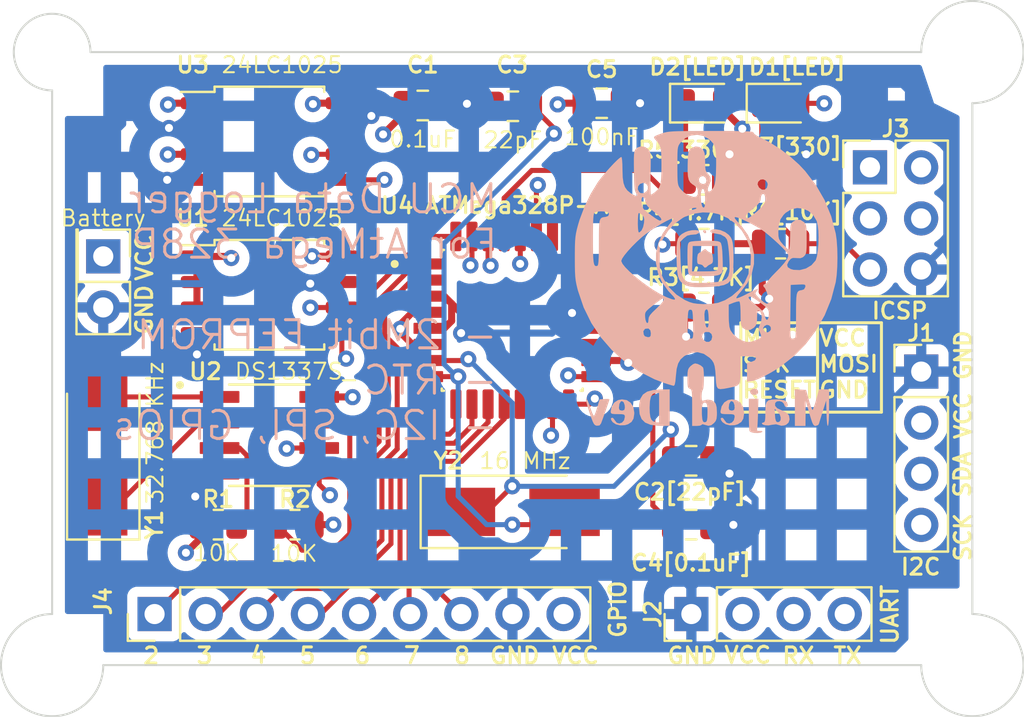
<source format=kicad_pcb>
(kicad_pcb (version 20221018) (generator pcbnew)
  (title_block (title "${project_name}") (date "2024-01-17") (rev "1") (company "Majed Dev") (comment 1 "2-layer PCB version"))
  (layers (0 "F.Cu" mixed) (1 "In1.Cu" signal) (2 "In2.Cu" signal) (31 "B.Cu" mixed) (34 "B.Paste" user) (35 "F.Paste" user) (36 "B.SilkS" user "B.Silkscreen") (37 "F.SilkS" user "F.Silkscreen") (38 "B.Mask" user) (39 "F.Mask" user) (44 "Edge.Cuts" user))
  (property "project_name" "MCU Datalogger with memory and clock")
  (net 0 "")
  (net 1 "GND")
  (net 2 "/Vcc")
  (net 3 "Net-(U4-PB6)")
  (net 4 "Net-(U4-PB7)")
  (net 5 "Net-(U4-AREF)")
  (net 6 "Net-(D1-K)")
  (net 7 "/SCK")
  (net 8 "Net-(D2-K)")
  (net 9 "/SDA")
  (net 10 "/RX")
  (net 11 "/TX")
  (net 12 "/MISO")
  (net 13 "/MOSI")
  (net 14 "/RESET")
  (net 15 "/D2")
  (net 16 "/D3")
  (net 17 "/D4")
  (net 18 "/D5")
  (net 19 "/D6")
  (net 20 "/D7")
  (net 21 "/D8")
  (net 22 "Net-(U2-~{INTA})")
  (net 23 "Net-(U2-SQW{slash}~INT)")
  (net 24 "Net-(U2-X1)")
  (net 25 "Net-(U2-X2)")
  (footprint "Connector_PinHeader_2.54mm:PinHeader_1x04_P2.54mm_Vertical" (layer "F.Cu") (at 161.3 91.44 90)
    (fp_text reference "J2")
    (fp_text value "Conn_01x04_Pin" hide)
  )
  (footprint "Capacitor_SMD:C_0805_2012Metric" (layer "F.Cu") (at 161.29 86.995 180)
    (fp_text reference "C4" hide)
    (fp_text value "0.1uF" hide)
  )
  (footprint "Resistor_SMD:R_0805_2012Metric" (layer "F.Cu") (at 165.735 73.025)
    (fp_text reference "R6" hide)
    (fp_text value "10K" hide)
  )
  (footprint "Package_SO:SOIC-8_5.23x5.23mm_P1.27mm" (layer "F.Cu") (at 140.335 67.945)
    (fp_text reference "U3")
    (fp_text value "24LC1025")
  )
  (footprint "LED_SMD:LED_0805_2012Metric" (layer "F.Cu") (at 165.735 66.04)
    (fp_text reference "D1" hide)
    (fp_text value "LED" hide)
  )
  (footprint "Project_Libraries:QFP80P900X900X120-32N" (layer "F.Cu") (at 152.4 76.835)
    (fp_text reference "U4")
    (fp_text value "ATMega328P-AU")
  )
  (footprint "MountingHole:MountingHole_2.1mm" (layer "F.Cu") (at 129.54 63.5)
    (fp_text reference "H1" hide)
    (fp_text value "MountingHole" hide)
  )
  (footprint "Resistor_SMD:R_0805_2012Metric" (layer "F.Cu") (at 161.925 69.85)
    (fp_text reference "R5" hide)
    (fp_text value "330" hide)
  )
  (footprint "Capacitor_SMD:C_0805_2012Metric" (layer "F.Cu") (at 156.845 66.04)
    (fp_text reference "C5")
    (fp_text value "100nF")
  )
  (footprint "Capacitor_SMD:C_0805_2012Metric" (layer "F.Cu") (at 152.430668 66.192568)
    (fp_text reference "C3" hide)
    (fp_text value "22pF")
  )
  (footprint "Resistor_SMD:R_0805_2012Metric" (layer "F.Cu") (at 165.735 69.85 180)
    (fp_text reference "R7" hide)
    (fp_text value "330" hide)
  )
  (footprint "Capacitor_SMD:C_0805_2012Metric" (layer "F.Cu") (at 161.29 83.82 180)
    (fp_text reference "C2" hide)
    (fp_text value "22pF" hide)
  )
  (footprint "Connector_PinHeader_2.54mm:PinHeader_2x03_P2.54mm_Vertical" (layer "F.Cu") (at 170.175 69.23)
    (fp_text reference "J3")
    (fp_text value "Conn_02x03_Odd_Even" hide)
  )
  (footprint "Connector_PinHeader_2.54mm:PinHeader_2x01_P2.54mm_Vertical" (layer "F.Cu") (at 132.08 73.655 -90)
    (fp_text reference "BT1" hide)
    (fp_text value "Battery")
  )
  (footprint "Resistor_SMD:R_0805_2012Metric" (layer "F.Cu") (at 161.925 76.2 180)
    (fp_text reference "R3" hide)
    (fp_text value "4.7K" hide)
  )
  (footprint "Resistor_SMD:R_0805_2012Metric" (layer "F.Cu") (at 161.925 73.025 180)
    (fp_text reference "R4" hide)
    (fp_text value "4.7K" hide)
  )
  (footprint "MountingHole:MountingHole_2.1mm" (layer "F.Cu") (at 129.54 93.98)
    (fp_text reference "H2" hide)
    (fp_text value "MountingHole" hide)
  )
  (footprint "Connector_PinHeader_2.54mm:PinHeader_1x04_P2.54mm_Vertical" (layer "F.Cu") (at 172.72 79.385)
    (fp_text reference "J1")
    (fp_text value "Conn_01x04_Pin" hide)
  )
  (footprint "MountingHole:MountingHole_2.1mm" (layer "F.Cu") (at 175.26 93.98)
    (fp_text reference "H4" hide)
    (fp_text value "MountingHole" hide)
  )
  (footprint "MountingHole:MountingHole_2.1mm" (layer "F.Cu") (at 175.26 63.5)
    (fp_text reference "H3" hide)
    (fp_text value "MountingHole" hide)
  )
  (footprint "Connector_PinHeader_2.54mm:PinHeader_1x09_P2.54mm_Vertical" (layer "F.Cu") (at 134.63 91.44 90)
    (fp_text reference "J4")
    (fp_text value "Conn_01x09_Pin" hide)
  )
  (footprint "Package_SO:SOIC-8_5.23x5.23mm_P1.27mm" (layer "F.Cu") (at 140.335 75.565)
    (fp_text reference "U1")
    (fp_text value "24LC1025")
  )
  (footprint "Resistor_SMD:R_0805_2012Metric" (layer "F.Cu") (at 137.795 86.995)
    (fp_text reference "R1")
    (fp_text value "10K")
  )
  (footprint "Crystal:Crystal_SMD_5032-2Pin_5.0x3.2mm_HandSoldering" (layer "F.Cu") (at 152.4 86.36)
    (fp_text reference "Y2")
    (fp_text value "16 MHz")
  )
  (footprint "Crystal:Crystal_SMD_5032-2Pin_5.0x3.2mm_HandSoldering" (layer "F.Cu") (at 132.08 83.185 90)
    (fp_text reference "Y1")
    (fp_text value "32.768 KHz")
  )
  (footprint "Resistor_SMD:R_0805_2012Metric" (layer "F.Cu") (at 141.605 86.995 180)
    (fp_text reference "R2")
    (fp_text value "10K")
  )
  (footprint "LED_SMD:LED_0805_2012Metric" (layer "F.Cu") (at 161.925 66.04)
    (fp_text reference "D2" hide)
    (fp_text value "LED" hide)
  )
  (footprint "Project_Libraries:SOIC127P600X175-8N" (layer "F.Cu") (at 140.335 82.55)
    (fp_text reference "U2")
    (fp_text value "DS1337S_")
  )
  (footprint "Capacitor_SMD:C_0805_2012Metric" (layer "F.Cu") (at 147.955 66.155)
    (fp_text reference "C1")
    (fp_text value "0.1uF")
  )
  (footprint "Library2:MajedDev" (layer "B.Cu") (at 161.925 74.93 180)
    (fp_text reference "Majed" hide)
    (fp_text value "LOGO" hide)
  )
  (gr_line (start 167.567764 81.400952) (end 167.567764 76.955952) (stroke (width 0.15)) (layer "F.SilkS"))
  (gr_line (start 163.757764 76.955952) (end 163.757764 81.400952) (stroke (width 0.15)) (layer "F.SilkS"))
  (gr_line (start 163.757764 81.400952) (end 170.742764 81.400952) (stroke (width 0.15)) (layer "F.SilkS"))
  (gr_line (start 170.742764 81.400952) (end 170.742764 76.955952) (stroke (width 0.15)) (layer "F.SilkS"))
  (gr_line (start 167.567764 76.955952) (end 163.757764 76.955952) (stroke (width 0.15)) (layer "F.SilkS"))
  (gr_line (start 170.742764 76.955952) (end 167.567764 76.955952) (stroke (width 0.15)) (layer "F.SilkS"))
  (gr_line (start 132.08 93.98) (end 172.72 93.98) (stroke (width 0.1)) (layer "Edge.Cuts"))
  (gr_arc (start 129.54 65.405) (mid 128.192962 62.152962) (end 131.445 63.5) (stroke (width 0.1)) (layer "Edge.Cuts"))
  (gr_arc (start 132.08 93.98) (mid 127.743949 95.776051) (end 129.54 91.44) (stroke (width 0.1)) (layer "Edge.Cuts"))
  (gr_arc (start 175.26 91.44) (mid 177.056051 95.776051) (end 172.72 93.98) (stroke (width 0.1)) (layer "Edge.Cuts"))
  (gr_line (start 129.54 91.44) (end 129.54 65.405) (stroke (width 0.1)) (layer "Edge.Cuts"))
  (gr_line (start 131.445 63.5) (end 172.72 63.5) (stroke (width 0.1)) (layer "Edge.Cuts"))
  (gr_line (start 175.26 91.44) (end 175.26 66.04) (stroke (width 0.1)) (layer "Edge.Cuts"))
  (gr_arc (start 172.72 63.5) (mid 177.056051 61.703949) (end 175.26 66.04) (stroke (width 0.1)) (layer "Edge.Cuts"))
  (gr_text "MCU Data Logger\nFor AtMega 328P\n\n- 2Mbit EEPROM\n- RTC\n- I2C, SPI, GPIOs" (at 151.765 82.890311) (layer "B.SilkS") (effects (font (size 1.4 1.4)) (justify left bottom mirror)))
  (gr_text "C2[22pF]" (at 161.227718 85.373092) (layer "F.SilkS") (effects (font (size 0.8 0.8) (thickness 0.15) bold)))
  (gr_text "ICSP" (at 170.18 76.835) (layer "F.SilkS") (effects (font (size 0.8 0.8)) (justify left bottom)))
  (gr_text "8" (at 149.426576 93.98) (layer "F.SilkS") (effects (font (size 0.8 0.8)) (justify left bottom)))
  (gr_text "UART" (at 171.636843 93.032463 90) (layer "F.SilkS") (effects (font (size 0.8 0.8)) (justify left bottom)))
  (gr_text "VCC" (at 154.305 93.98) (layer "F.SilkS") (effects (font (size 0.8 0.8)) (justify left bottom)))
  (gr_text "GND" (at 151.210127 93.98) (layer "F.SilkS") (effects (font (size 0.8 0.8)) (justify left bottom)))
  (gr_text "4" (at 139.305328 93.949424) (layer "F.SilkS") (effects (font (size 0.8 0.8)) (justify left bottom)))
  (gr_text "R3[4.7K]" (at 161.78628 74.701817) (layer "F.SilkS") (effects (font (size 0.8 0.8) (thickness 0.15) bold)))
  (gr_text "R6[10K]" (at 166.308849 71.422638) (layer "F.SilkS") (effects (font (size 0.8 0.8) (thickness 0.15) bold)))
  (gr_text "I2C" (at 171.621555 89.562182) (layer "F.SilkS") (effects (font (size 0.8 0.8)) (justify left bottom)))
  (gr_text "MISO\nSCK\nRESET" (at 163.757764 80.765952) (layer "F.SilkS") (effects (font (size 0.8 0.8) (thickness 0.15) bold) (justify left bottom)))
  (gr_text "3" (at 136.635967 93.98) (layer "F.SilkS") (effects (font (size 0.8 0.8)) (justify left bottom)))
  (gr_text "5" (at 141.75221 93.98) (layer "F.SilkS") (effects (font (size 0.8 0.8)) (justify left bottom)))
  (gr_text "R4[4.7K]" (at 161.29 71.4433) (layer "F.SilkS") (effects (font (size 0.8 0.8) (thickness 0.15) bold)))
  (gr_text "GND" (at 175.275287 79.885144 90) (layer "F.SilkS") (effects (font (size 0.8 0.8) (thickness 0.15) bold) (justify left bottom)))
  (gr_text "2" (at 133.985 93.98) (layer "F.SilkS") (effects (font (size 0.8 0.8)) (justify left bottom)))
  (gr_text "TX" (at 168.275 93.98) (layer "F.SilkS") (effects (font (size 0.8 0.8)) (justify left bottom)))
  (gr_text "VCC" (at 134.130079 73.70861 90) (layer "F.SilkS") (effects (font (size 0.8 0.8))))
  (gr_text "SDA" (at 175.237247 85.725 90) (layer "F.SilkS") (effects (font (size 0.8 0.8)) (justify left bottom)))
  (gr_text "GND" (at 160.02 93.98) (layer "F.SilkS") (effects (font (size 0.8 0.8)) (justify left bottom)))
  (gr_text "RX" (at 165.735 93.98) (layer "F.SilkS") (effects (font (size 0.8 0.8)) (justify left bottom)))
  (gr_text "7" (at 146.933831 93.964712) (layer "F.SilkS") (effects (font (size 0.8 0.8)) (justify left bottom)))
  (gr_text "D2[LED]" (at 161.616693 64.237475) (layer "F.SilkS") (effects (font (size 0.8 0.8) (thickness 0.15) bold)))
  (gr_text "C3" (at 152.4 64.135) (layer "F.SilkS") (effects (font (size 0.8 0.8))))
  (gr_text "R5[330]" (at 161.121264 68.361157) (layer "F.SilkS") (effects (font (size 0.8 0.8) (thickness 0.15) bold)))
  (gr_text "D1[LED]" (at 166.559677 64.237475) (layer "F.SilkS") (effects (font (size 0.8 0.8))))
  (gr_text "SCK" (at 175.26 88.9 90) (layer "F.SilkS") (effects (font (size 0.8 0.8)) (justify left bottom)))
  (gr_text "C4[0.1uF]" (at 161.29 88.9) (layer "F.SilkS") (effects (font (size 0.8 0.8) (thickness 0.15) bold)))
  (gr_text "GPIO" (at 158.115 92.71 90) (layer "F.SilkS") (effects (font (size 0.8 0.8)) (justify left bottom)))
  (gr_text "GND" (at 134.121722 76.308989 90) (layer "F.SilkS") (effects (font (size 0.8 0.8))))
  (gr_text "VCC" (at 162.855275 93.948292) (layer "F.SilkS") (effects (font (size 0.8 0.8)) (justify left bottom)))
  (gr_text "VCC\nMOSI\nGND" (at 167.567764 80.762852) (layer "F.SilkS") (effects (font (size 0.8 0.8) (thickness 0.15) bold) (justify left bottom)))
  (gr_text "VCC" (at 175.275287 82.820359 90) (layer "F.SilkS") (effects (font (size 0.8 0.8)) (justify left bottom)))
  (gr_text "6" (at 144.473399 93.98) (layer "F.SilkS") (effects (font (size 0.8 0.8)) (justify left bottom)))
  (gr_text "R7[330]" (at 166.315076 68.212246) (layer "F.SilkS") (effects (font (size 0.8 0.8) (thickness 0.15) bold)))
  (segment (start 145.400785 66.675) (end 144.765785 67.31) (width 0.35) (layer "F.Cu") (net 1))
  (segment (start 166.6475 68.9375) (end 167.005 68.58) (width 0.35) (layer "F.Cu") (net 1))
  (segment (start 148.23 75.635) (end 149.019556 75.635) (width 0.35) (layer "F.Cu") (net 1))
  (segment (start 162.8375 69.85) (end 162.8375 68.9375) (width 0.35) (layer "F.Cu") (net 1))
  (segment (start 148.905 66.155) (end 150.062973 66.155) (width 0.35) (layer "F.Cu") (net 1))
  (segment (start 156.57 76.435) (end 155.406075 76.435) (width 0.35) (layer "F.Cu") (net 1))
  (segment (start 136.735 78.53) (end 136.735 77.47) (width 0.35) (layer "F.Cu") (net 1))
  (segment (start 136.735 67.31) (end 135.384997 67.31) (width 0.35) (layer "F.Cu") (net 1))
  (segment (start 149.39 76.005444) (end 149.39 76.864556) (width 0.35) (layer "F.Cu") (net 1))
  (segment (start 162.24 83.82) (end 162.56 83.82) (width 0.35) (layer "F.Cu") (net 1))
  (segment (start 137.86 84.455) (end 137.790261 84.455) (width 0.35) (layer "F.Cu") (net 1))
  (segment (start 149.86 77.47) (end 149.86 76.475444) (width 0.35) (layer "F.Cu") (net 1))
  (segment (start 150.273511 66.192568) (end 150.149458 66.068515) (width 0.35) (layer "F.Cu") (net 1))
  (segment (start 149.86 76.475444) (end 149.39 76.005444) (width 0.35) (layer "F.Cu") (net 1))
  (segment (start 143.935 74.93) (end 142.446755 74.93) (width 0.35) (layer "F.Cu") (net 1))
  (segment (start 149.019556 77.235) (end 148.23 77.235) (width 0.35) (layer "F.Cu") (net 1))
  (segment (start 142.446755 74.93) (end 142.364053 75.012702) (width 0.35) (layer "F.Cu") (net 1))
  (segment (start 163.377124 86.995) (end 163.387203 87.005079) (width 0.35) (layer "F.Cu") (net 1))
  (segment (start 162.8375 68.9375) (end 163.195 68.58) (width 0.35) (layer "F.Cu") (net 1))
  (segment (start 162.56 83.82) (end 163.195 84.455) (width 0.35) (layer "F.Cu") (net 1))
  (segment (start 150.062973 66.155) (end 150.149458 66.068515) (width 0.35) (layer "F.Cu") (net 1))
  (segment (start 135.384997 67.31) (end 135.345541 67.270544) (width 0.35) (layer "F.Cu") (net 1))
  (segment (start 157.795 66.04) (end 158.75 66.04) (width 0.35) (layer "F.Cu") (net 1))
  (segment (start 166.6475 69.85) (end 166.6475 68.9375) (width 0.35) (layer "F.Cu") (net 1))
  (segment (start 144.765785 67.31) (end 143.935 67.31) (width 0.35) (layer "F.Cu") (net 1))
  (segment (start 136.735 69.85) (end 135.255 69.85) (width 0.35) (layer "F.Cu") (net 1))
  (segment (start 151.480668 66.192568) (end 150.273511 66.192568) (width 0.35) (layer "F.Cu") (net 1))
  (segment (start 155.406075 76.435) (end 155.370397 76.470678) (width 0.35) (layer "F.Cu") (net 1))
  (segment (start 149.39 76.864556) (end 149.019556 77.235) (width 0.35) (layer "F.Cu") (net 1))
  (segment (start 150.177973 66.04) (end 150.149458 66.068515) (width 0.35) (layer "F.Cu") (net 1))
  (segment (start 149.019556 75.635) (end 149.39 76.005444) (width 0.35) (layer "F.Cu") (net 1))
  (segment (start 137.790261 84.455) (end 136.650805 85.594456) (width 0.35) (layer "F.Cu") (net 1))
  (segment (start 162.24 86.995) (end 163.377124 86.995) (width 0.35) (layer "F.Cu") (net 1))
  (via (at 142.364053 75.012702) (size 0.8) (drill 0.4) (layers "F.Cu" "B.Cu") (net 1))
  (via (at 136.735 78.53) (size 0.8) (drill 0.4) (layers "F.Cu" "B.Cu") (net 1))
  (via (at 155.370397 76.470678) (size 0.8) (drill 0.4) (layers "F.Cu" "B.Cu") (net 1))
  (via (at 136.650805 85.594456) (size 0.8) (drill 0.4) (layers "F.Cu" "B.Cu") (net 1))
  (via (at 163.387203 87.005079) (size 0.8) (drill 0.4) (layers "F.Cu" "B.Cu") (net 1))
  (via (at 163.195 84.455) (size 0.8) (drill 0.4) (layers "F.Cu" "B.Cu") (net 1))
  (via (at 149.86 77.47) (size 0.8) (drill 0.4) (layers "F.Cu" "B.Cu") (net 1))
  (via (at 150.149458 66.068515) (size 0.8) (drill 0.4) (layers "F.Cu" "B.Cu") (net 1))
  (via (at 167.005 68.58) (size 0.8) (drill 0.4) (layers "F.Cu" "B.Cu") (net 1))
  (via (at 163.195 68.58) (size 0.8) (drill 0.4) (layers "F.Cu" "B.Cu") (net 1))
  (via (at 145.400785 66.675) (size 0.8) (drill 0.4) (layers "F.Cu" "B.Cu") (net 1))
  (via (at 158.75 66.04) (size 0.8) (drill 0.4) (layers "F.Cu" "B.Cu") (net 1))
  (via (at 135.255 69.85) (size 0.8) (drill 0.4) (layers "F.Cu" "B.Cu") (net 1))
  (via (at 135.345541 67.270544) (size 0.8) (drill 0.4) (layers "F.Cu" "B.Cu") (net 1))
  (segment (start 171.45 64.77) (end 172.085 65.405) (width 0.35) (layer "B.Cu") (net 1))
  (segment (start 173.355 66.675) (end 173.99 67.31) (width 0.35) (layer "B.Cu") (net 1))
  (segment (start 134.62 84.455) (end 134.62 88.9) (width 0.35) (layer "B.Cu") (net 1))
  (segment (start 155.370397 76.470678) (end 158.75 73.091075) (width 0.35) (layer "B.Cu") (net 1))
  (segment (start 164.465 89.535) (end 169.545 89.535) (width 0.35) (layer "B.Cu") (net 1))
  (segment (start 168.91 66.675) (end 168.91 64.77) (width 0.35) (layer "B.Cu") (net 1))
  (segment (start 164.465 85.725) (end 164.465 89.535) (width 0.35) (layer "B.Cu") (net 1))
  (segment (start 168.91 64.77) (end 171.45 64.77) (width 0.35) (layer "B.Cu") (net 1))
  (segment (start 134.62 77.47) (end 134.62 84.455) (width 0.35) (layer "B.Cu") (net 1))
  (segment (start 134.615 69.85) (end 133.98 70.485) (width 0.35) (layer "B.Cu") (net 1))
  (segment (start 158.75 66.04) (end 158.75 64.77) (width 0.35) (layer "B.Cu") (net 1))
  (segment (start 134.62 88.9) (end 135.255 89.535) (width 0.35) (layer "B.Cu") (net 1))
  (segment (start 172.715 74.31) (end 172.715 79.38) (width 0.35) (layer "B.Cu") (net 1))
  (segment (start 173.99 73.035) (end 172.715 74.31) (width 0.35) (layer "B.Cu") (net 1))
  (segment (start 133.98 76.195) (end 134.62 76.835) (width 0.35) (layer "B.Cu") (net 1))
  (segment (start 161.3 91.44) (end 161.3 90.16) (width 0.35) (layer "B.Cu") (net 1))
  (segment (start 134.62 64.77) (end 145.415 64.77) (width 0.35) (layer "B.Cu") (net 1))
  (segment (start 155.370397 76.470678) (end 154.371075 77.47) (width 0.35) (layer "B.Cu") (net 1))
  (segment (start 135.255 89.535) (end 153.035 89.535) (width 0.35) (layer "B.Cu") (net 1))
  (segment (start 135.511349 84.455) (end 134.62 84.455) (width 0.35) (layer "B.Cu") (net 1))
  (segment (start 161.3 91.44) (end 161.3 90.18) (width 0.35) (layer "B.Cu") (net 1))
  (segment (start 161.3 90.18) (end 160.655 89.535) (width 0.35) (layer "B.Cu") (net 1))
  (segment (start 136.650805 85.594456) (end 135.511349 84.455) (width 0.35) (layer "B.Cu") (net 1))
  (segment (start 160.655 89.535) (end 153.035 89.535) (width 0.35) (layer "B.Cu") (net 1))
  (segment (start 134.62 76.835) (end 134.62 77.47) (width 0.35) (layer "B.Cu") (net 1))
  (segment (start 132.08 76.195) (end 133.98 76.195) (width 0.35) (layer "B.Cu") (net 1))
  (segment (start 161.925 89.535) (end 163.195 89.535) (width 0.35) (layer "B.Cu") (net 1))
  (segment (start 169.545 89.535) (end 170.18 88.9) (width 0.35) (layer "B.Cu") (net 1))
  (segment (start 163.83 89.535) (end 163.83 87.447876) (width 0.35) (layer "B.Cu") (net 1))
  (segment (start 161.3 90.16) (end 161.925 89.535) (width 0.35) (layer "B.Cu") (net 1))
  (segment (start 163.83 89.535) (end 164.465 89.535) (width 0.35) (layer "B.Cu") (net 1))
  (segment (start 173.99 67.31) (end 173.99 73.035) (width 0.35) (layer "B.Cu") (net 1))
  (segment (start 150.149458 66.068515) (end 150.149458 65.115542) (width 0.35) (layer "B.Cu") (net 1))
  (segment (start 163.195 89.535) (end 163.83 89.535) (width 0.35) (layer "B.Cu") (net 1))
  (segment (start 158.75 73.091075) (end 158.75 66.04) (width 0.35) (layer "B.Cu") (net 1))
  (segment (start 145.400785 64.784215) (end 145.415 64.77) (width 0.35) (layer "B.Cu") (net 1))
  (segment (start 150.495 64.77) (end 154.305 64.77) (width 0.35) (layer "B.Cu") (net 1))
  (segment (start 154.305 64.77) (end 158.75 64.77) (width 0.35) (layer "B.Cu") (net 1))
  (segment (start 142.364053 75.012702) (end 134.697702 75.012702) (width 0.35) (layer "B.Cu") (net 1))
  (segment (start 145.400785 66.675) (end 145.400785 64.784215) (width 0.35) (layer "B.Cu") (net 1))
  (segment (start 134.62 64.77) (end 133.98 65.41) (width 0.35) (layer "B.Cu") (net 1))
  (segment (start 163.195 68.58) (end 167.005 68.58) (width 0.35) (layer "B.Cu") (net 1))
  (segment (start 136.735 78.53) (end 135.675 77.47) (width 0.35) (layer "B.Cu") (net 1))
  (segment (start 170.18 88.9) (end 170.18 81.925) (width 0.35) (layer "B.Cu") (net 1))
  (segment (start 135.255 69.85) (end 134.615 69.85) (width 0.35) (layer "B.Cu") (net 1))
  (segment (start 134.697702 75.012702) (end 133.98 74.295) (width 0.35) (layer "B.Cu") (net 1))
  (segment (start 170.18 81.925) (end 172.72 79.385) (width 0.35) (layer "B.Cu") (net 1))
  (segment (start 167.005 68.58) (end 168.91 66.675) (width 0.35) (layer "B.Cu") (net 1))
  (segment (start 163.83 87.447876) (end 163.387203 87.005079) (width 0.35) (layer "B.Cu") (net 1))
  (segment (start 172.085 65.405) (end 172.085 66.675) (width 0.35) (layer "B.Cu") (net 1))
  (segment (start 152.41 90.16) (end 153.035 89.535) (width 0.35) (layer "B.Cu") (net 1))
  (segment (start 154.371075 77.47) (end 149.86 77.47) (width 0.35) (layer "B.Cu") (net 1))
  (segment (start 150.149458 65.115542) (end 150.495 64.77) (width 0.35) (layer "B.Cu") (net 1))
  (segment (start 163.195 84.455) (end 164.465 85.725) (width 0.35) (layer "B.Cu") (net 1))
  (segment (start 133.98 70.485) (end 133.98 74.295) (width 0.35) (layer "B.Cu") (net 1))
  (segment (start 133.98 74.295) (end 133.98 76.195) (width 0.35) (layer "B.Cu") (net 1))
  (segment (start 146.685 64.77) (end 150.495 64.77) (width 0.35) (layer "B.Cu") (net 1))
  (segment (start 133.98 65.41) (end 133.98 70.485) (width 0.35) (layer "B.Cu") (net 1))
  (segment (start 152.41 91.44) (end 152.41 90.16) (width 0.35) (layer "B.Cu") (net 1))
  (segment (start 172.085 66.675) (end 173.355 66.675) (width 0.35) (layer "B.Cu") (net 1))
  (segment (start 135.675 77.47) (end 134.62 77.47) (width 0.35) (layer "B.Cu") (net 1))
  (segment (start 158.75 64.77) (end 168.91 64.77) (width 0.35) (layer "B.Cu") (net 1))
  (segment (start 145.415 64.77) (end 146.685 64.77) (width 0.35) (layer "B.Cu") (net 1))
  (segment (start 172.715 79.38) (end 172.72 79.385) (width 0.35) (layer "B.Cu") (net 1))
  (segment (start 162.8625 66.3425) (end 163.83 67.31) (width 0.35) (layer "F.Cu") (net 2))
  (segment (start 142.5175 86.995) (end 143.51 86.995) (width 0.35) (layer "F.Cu") (net 2))
  (segment (start 164.8225 75.418532) (end 165.166678 75.76271) (width 0.35) (layer "F.Cu") (net 2))
  (segment (start 142.452442 73.648111) (end 143.923111 73.648111) (width 0.35) (layer "F.Cu") (net 2))
  (segment (start 162.8375 76.2) (end 164.729388 76.2) (width 0.35) (layer "F.Cu") (net 2))
  (segment (start 158.046145 78.835) (end 156.57 78.835) (width 0.35) (layer "F.Cu") (net 2))
  (segment (start 144.456943 80.645) (end 144.468573 80.65663) (width 0.35) (layer "F.Cu") (net 2))
  (segment (start 158.160744 78.949599) (end 158.046145 78.835) (width 0.35) (layer "F.Cu") (net 2))
  (segment (start 154.716961 66.04) (end 154.656485 66.100476) (width 0.35) (layer "F.Cu") (net 2))
  (segment (start 142.81 80.645) (end 144.456943 80.645) (width 0.35) (layer "F.Cu") (net 2))
  (segment (start 146.836764 77.43132) (end 146.836764 77.255806) (width 0.35) (layer "F.Cu") (net 2))
  (segment (start 135.299968 68.58) (end 135.285754 68.594214) (width 0.35) (layer "F.Cu") (net 2))
  (segment (start 136.735 68.58) (end 135.299968 68.58) (width 0.35) (layer "F.Cu") (net 2))
  (segment (start 135.369232 66.04) (end 135.296092 66.11314) (width 0.35) (layer "F.Cu") (net 2))
  (segment (start 136.8825 87.696809) (end 136.186752 88.392557) (width 0.35) (layer "F.Cu") (net 2))
  (segment (start 142.541604 66.04) (end 142.498186 66.083418) (width 0.35) (layer "F.Cu") (net 2))
  (segment (start 143.923111 73.648111) (end 143.935 73.66) (width 0.35) (layer "F.Cu") (net 2))
  (segment (start 136.735 76.2) (end 136.735 73.66) (width 0.35) (layer "F.Cu") (net 2))
  (segment (start 147.005 66.572438) (end 147.005 66.155) (width 0.35) (layer "F.Cu") (net 2))
  (segment (start 164.729388 76.2) (end 165.166678 75.76271) (width 0.35) (layer "F.Cu") (net 2))
  (segment (start 136.8825 86.995) (end 136.8825 87.696809) (width 0.35) (layer "F.Cu") (net 2))
  (segment (start 164.8225 73.025) (end 164.8225 75.418532) (width 0.35) (layer "F.Cu") (net 2))
  (segment (start 148.23 76.435) (end 147.440444 76.435) (width 0.35) (layer "F.Cu") (net 2))
  (segment (start 147.440444 76.435) (end 146.836764 77.03868) (width 0.35) (layer "F.Cu") (net 2))
  (segment (start 138.362029 73.66) (end 138.439734 73.737705) (width 0.35) (layer "F.Cu") (net 2))
  (segment (start 164.8225 73.025) (end 162.8375 73.025) (width 0.35) (layer "F.Cu") (net 2))
  (segment (start 146.836764 77.03868) (end 146.836764 77.255806) (width 0.35) (layer "F.Cu") (net 2))
  (segment (start 162.8625 66.04) (end 162.8625 66.3425) (width 0.35) (layer "F.Cu") (net 2))
  (segment (start 143.935 66.04) (end 142.541604 66.04) (width 0.35) (layer "F.Cu") (net 2))
  (segment (start 148.23 78.035) (end 147.440444 78.035) (width 0.35) (layer "F.Cu") (net 2))
  (segment (start 145.983924 67.593514) (end 147.005 66.572438) (width 0.35) (layer "F.Cu") (net 2))
  (segment (start 136.735 66.04) (end 135.369232 66.04) (width 0.35) (layer "F.Cu") (net 2))
  (segment (start 147.440444 78.035) (end 146.836764 77.43132) (width 0.35) (layer "F.Cu") (net 2))
  (segment (start 155.895 66.04) (end 154.716961 66.04) (width 0.35) (layer "F.Cu") (net 2))
  (segment (start 136.735 73.66) (end 138.362029 73.66) (width 0.35) (layer "F.Cu") (net 2))
  (via (at 135.285754 68.594214) (size 0.8) (drill 0.4) (layers "F.Cu" "B.Cu") (net 2))
  (via (at 158.160744 78.949599) (size 0.8) (drill 0.4) (layers "F.Cu" "B.Cu") (net 2))
  (via (at 165.166678 75.76271) (size 0.8) (drill 0.4) (layers "F.Cu" "B.Cu") (net 2))
  (via (at 163.83 67.31) (size 0.8) (drill 0.4) (layers "F.Cu" "B.Cu") (net 2))
  (via (at 154.656485 66.100476) (size 0.8) (drill 0.4) (layers "F.Cu" "B.Cu") (net 2))
  (via (at 135.296092 66.11314) (size 0.8) (drill 0.4) (layers "F.Cu" "B.Cu") (net 2))
  (via (at 145.983924 67.593514) (size 0.8) (drill 0.4) (layers "F.Cu" "B.Cu") (net 2))
  (via (at 138.439734 73.737705) (size 0.8) (drill 0.4) (layers "F.Cu" "B.Cu") (net 2))
  (via (at 146.836764 77.255806) (size 0.8) (drill 0.4) (layers "F.Cu" "B.Cu") (net 2))
  (via (at 144.468573 80.65663) (size 0.8) (drill 0.4) (layers "F.Cu" "B.Cu") (net 2))
  (via (at 143.51 86.995) (size 0.8) (drill 0.4) (layers "F.Cu" "B.Cu") (net 2))
  (via (at 136.186752 88.392557) (size 0.8) (drill 0.4) (layers "F.Cu" "B.Cu") (net 2))
  (via (at 142.498186 66.083418) (size 0.8) (drill 0.4) (layers "F.Cu" "B.Cu") (net 2))
  (via (at 142.452442 73.648111) (size 0.8) (drill 0.4) (layers "F.Cu" "B.Cu") (net 2))
  (segment (start 160.34 82.332434) (end 160.276894 82.269328) (width 0.25) (layer "F.Cu") (net 3))
  (segment (start 148.23 78.835) (end 150.144748 78.835) (width 0.25) (layer "F.Cu") (net 3))
  (segment (start 152.4 85.09) (end 151.13 86.36) (width 0.25) (layer "F.Cu") (net 3))
  (segment (start 151.13 86.36) (end 149.8 86.36) (width 0.25) (layer "F.Cu") (net 3))
  (segment (start 150.144748 78.835) (end 150.216192 78.763556) (width 0.25) (layer "F.Cu") (net 3))
  (segment (start 160.34 83.82) (end 160.34 82.332434) (width 0.25) (layer "F.Cu") (net 3))
  (via (at 160.276894 82.269328) (size 0.8) (drill 0.4) (layers "F.Cu" "B.Cu") (net 3))
  (via (at 150.216192 78.763556) (size 0.8) (drill 0.4) (layers "F.Cu" "B.Cu") (net 3))
  (via (at 152.4 85.09) (size 0.8) (drill 0.4) (layers "F.Cu" "B.Cu") (net 3))
  (segment (start 150.216192 78.763556) (end 152.4 80.947364) (width 0.25) (layer "B.Cu") (net 3))
  (segment (start 157.456222 85.09) (end 152.4 85.09) (width 0.25) (layer "B.Cu") (net 3))
  (segment (start 152.4 80.947364) (end 152.4 85.09) (width 0.25) (layer "B.Cu") (net 3))
  (segment (start 160.276894 82.269328) (end 157.456222 85.09) (width 0.25) (layer "B.Cu") (net 3))
  (segment (start 148.148833 79.716167) (end 148.23 79.635) (width 0.25) (layer "F.Cu") (net 4))
  (segment (start 154.365 86.995) (end 155 86.36) (width 0.25) (layer "F.Cu") (net 4))
  (segment (start 154.470404 67.551215) (end 154.470404 67.282304) (width 0.25) (layer "F.Cu") (net 4))
  (segment (start 148.23 79.635) (end 149.709321 79.635) (width 0.25) (layer "F.Cu") (net 4))
  (segment (start 154.470404 67.282304) (end 153.380668 66.192568) (width 0.25) (layer "F.Cu") (net 4))
  (segment (start 152.4 86.995) (end 154.365 86.995) (width 0.25) (layer "F.Cu") (net 4))
  (via (at 152.4 86.995) (size 0.8) (drill 0.4) (layers "F.Cu" "B.Cu") (net 4))
  (via (at 149.71527 79.629051) (size 0.8) (drill 0.4) (layers "F.Cu" "B.Cu") (net 4))
  (via (at 154.470404 67.551215) (size 0.8) (drill 0.4) (layers "F.Cu" "B.Cu") (net 4))
  (segment (start 151.13 86.995) (end 152.4 86.995) (width 0.25) (layer "B.Cu") (net 4))
  (segment (start 149.010946 73.010673) (end 149.010946 79.012737) (width 0.25) (layer "B.Cu") (net 4))
  (segment (start 154.470404 67.551215) (end 149.010946 73.010673) (width 0.25) (layer "B.Cu") (net 4))
  (segment (start 149.71527 85.58027) (end 151.13 86.995) (width 0.25) (layer "B.Cu") (net 4))
  (segment (start 149.71527 79.629051) (end 149.71527 85.58027) (width 0.25) (layer "B.Cu") (net 4))
  (segment (start 149.010946 79.012737) (end 149.62726 79.629051) (width 0.25) (layer "B.Cu") (net 4))
  (segment (start 159.385 86.04) (end 160.34 86.995) (width 0.25) (layer "F.Cu") (net 5))
  (segment (start 159.385 79.077839) (end 159.385 86.04) (width 0.25) (layer "F.Cu") (net 5))
  (segment (start 156.57 77.235) (end 157.542161 77.235) (width 0.25) (layer "F.Cu") (net 5))
  (segment (start 157.542161 77.235) (end 159.385 79.077839) (width 0.25) (layer "F.Cu") (net 5))
  (segment (start 164.7975 69.825) (end 164.8225 69.85) (width 0.25) (layer "F.Cu") (net 6))
  (segment (start 164.7975 66.04) (end 164.7975 69.825) (width 0.25) (layer "F.Cu") (net 6))
  (segment (start 155.242299 79.635) (end 155.181215 79.573916) (width 0.25) (layer "F.Cu") (net 7))
  (segment (start 141.219054 83.185) (end 141.191487 83.212567) (width 0.25) (layer "F.Cu") (net 7))
  (segment (start 142.447789 68.58) (end 142.417293 68.610496) (width 0.25) (layer "F.Cu") (net 7))
  (segment (start 143.935 68.58) (end 142.447789 68.58) (width 0.25) (layer "F.Cu") (net 7))
  (segment (start 142.375682 76.2) (end 142.369997 76.205685) (width 0.25) (layer "F.Cu") (net 7))
  (segment (start 152.8 74.02) (end 152.792836 74.027164) (width 0.25) (layer "F.Cu") (net 7))
  (segment (start 161.0125 76.2) (end 161.0125 77.619797) (width 0.25) (layer "F.Cu") (net 7))
  (segment (start 152.8 72.665) (end 152.8 74.02) (width 0.25) (layer "F.Cu") (net 7))
  (segment (start 142.81 83.185) (end 141.219054 83.185) (width 0.25) (layer "F.Cu") (net 7))
  (segment (start 143.935 76.2) (end 142.375682 76.2) (width 0.25) (layer "F.Cu") (net 7))
  (segment (start 161.0125 77.619797) (end 161.037297 77.644594) (width 0.25) (layer "F.Cu") (net 7))
  (segment (start 167.898445 66.048787) (end 166.681287 66.048787) (width 0.25) (layer "F.Cu") (net 7))
  (segment (start 156.57 79.635) (end 155.242299 79.635) (width 0.25) (layer "F.Cu") (net 7))
  (segment (start 166.681287 66.048787) (end 166.6725 66.04) (width 0.25) (layer "F.Cu") (net 7))
  (via (at 155.181215 79.573916) (size 0.8) (drill 0.4) (layers "F.Cu" "B.Cu") (net 7))
  (via (at 152.792836 74.027164) (size 0.8) (drill 0.4) (layers "F.Cu" "B.Cu") (net 7))
  (via (at 161.037297 77.644594) (size 0.8) (drill 0.4) (layers "F.Cu" "B.Cu") (net 7))
  (via (at 142.369997 76.205685) (size 0.8) (drill 0.4) (layers "F.Cu" "B.Cu") (net 7))
  (via (at 167.898445 66.048787) (size 0.8) (drill 0.4) (layers "F.Cu" "B.Cu") (net 7))
  (via (at 142.417293 68.610496) (size 0.8) (drill 0.4) (layers "F.Cu" "B.Cu") (net 7))
  (via (at 141.191487 83.212567) (size 0.8) (drill 0.4) (layers "F.Cu" "B.Cu") (net 7))
  (segment (start 161.0125 69.85) (end 161.0125 66.065) (width 0.25) (layer "F.Cu") (net 8))
  (segment (start 161.0125 66.065) (end 160.9875 66.04) (width 0.25) (layer "F.Cu") (net 8))
  (segment (start 142.81 84.997432) (end 142.81 84.455) (width 0.25) (layer "F.Cu") (net 9))
  (segment (start 143.34 85.527432) (end 142.81 84.997432) (width 0.25) (layer "F.Cu") (net 9))
  (segment (start 143.935 77.47) (end 143.935 78.53) (width 0.25) (layer "F.Cu") (net 9))
  (segment (start 143.935 78.53) (end 144.145 78.74) (width 0.25) (layer "F.Cu") (net 9))
  (segment (start 143.935 69.85) (end 146.05 69.85) (width 0.25) (layer "F.Cu") (net 9))
  (segment (start 159.867431 73.067298) (end 159.909729 73.025) (width 0.25) (layer "F.Cu") (net 9))
  (segment (start 159.909729 73.025) (end 161.0125 73.025) (width 0.25) (layer "F.Cu") (net 9))
  (segment (start 153.6 72.665) (end 153.6 70.178445) (width 0.25) (layer "F.Cu") (net 9))
  (segment (start 153.6 70.178445) (end 153.67 70.108445) (width 0.25) (layer "F.Cu") (net 9))
  (via (at 143.34 85.527432) (size 0.8) (drill 0.4) (layers "F.Cu" "B.Cu") (net 9))
  (via (at 159.867431 73.067298) (size 0.8) (drill 0.4) (layers "F.Cu" "B.Cu") (net 9))
  (via (at 153.67 70.108445) (size 0.8) (drill 0.4) (layers "F.Cu" "B.Cu") (net 9))
  (via (at 144.145 78.74) (size 0.8) (drill 0.4) (layers "F.Cu" "B.Cu") (net 9))
  (via (at 146.05 69.85) (size 0.8) (drill 0.4) (layers "F.Cu" "B.Cu") (net 9))
  (segment (start 151.2 72.665) (end 151.2 73.994253) (width 0.25) (layer "F.Cu") (net 10))
  (segment (start 151.2 73.994253) (end 151.323557 74.11781) (width 0.25) (layer "F.Cu") (net 10))
  (via (at 151.323557 74.11781) (size 0.8) (drill 0.4) (layers "F.Cu" "B.Cu") (net 10))
  (segment (start 150.4 74.027572) (end 150.32365 74.103922) (width 0.25) (layer "F.Cu") (net 11))
  (segment (start 150.4 72.665) (end 150.4 74.027572) (width 0.25) (layer "F.Cu") (net 11))
  (via (at 150.32365 74.103922) (size 0.8) (drill 0.4) (layers "F.Cu" "B.Cu") (net 11))
  (segment (start 156.225261 81.005) (end 155.2 81.005) (width 0.25) (layer "F.Cu") (net 12))
  (segment (start 156.503076 80.727185) (end 156.225261 81.005) (width 0.25) (layer "F.Cu") (net 12))
  (via (at 156.503076 80.727185) (size 0.8) (drill 0.4) (layers "F.Cu" "B.Cu") (net 12))
  (segment (start 154.4 81.005) (end 154.4 82.490406) (width 0.25) (layer "F.Cu") (net 13))
  (segment (start 154.4 82.490406) (end 154.325675 82.564731) (width 0.25) (layer "F.Cu") (net 13))
  (via (at 154.325675 82.564731) (size 0.8) (drill 0.4) (layers "F.Cu" "B.Cu") (net 13))
  (segment (start 166.6475 73.025) (end 168.89 73.025) (width 0.25) (layer "F.Cu") (net 14))
  (segment (start 164.7425 71.12) (end 166.6475 73.025) (width 0.25) (layer "F.Cu") (net 14))
  (segment (start 158.918445 69.383445) (end 160.655 71.12) (width 0.25) (layer "F.Cu") (net 14))
  (segment (start 153.369695 69.383445) (end 158.918445 69.383445) (width 0.25) (layer "F.Cu") (net 14))
  (segment (start 168.89 73.025) (end 170.175 74.31) (width 0.25) (layer "F.Cu") (net 14))
  (segment (start 152 70.75314) (end 153.369695 69.383445) (width 0.25) (layer "F.Cu") (net 14))
  (segment (start 152 72.665) (end 152 70.75314) (width 0.25) (layer "F.Cu") (net 14))
  (segment (start 160.655 71.12) (end 164.7425 71.12) (width 0.25) (layer "F.Cu") (net 14))
  (segment (start 145.161764 78.116764) (end 145.161764 75.655102) (width 0.25) (layer "F.Cu") (net 15))
  (segment (start 144.778604 87.628604) (end 144.778604 83.867208) (width 0.25) (layer "F.Cu") (net 15))
  (segment (start 134.63 91.44) (end 137.171396 88.898604) (width 0.25) (layer "F.Cu") (net 15))
  (segment (start 143.508604 88.898604) (end 144.778604 87.628604) (width 0.25) (layer "F.Cu") (net 15))
  (segment (start 145.161764 75.655102) (end 148.151866 72.665) (width 0.25) (layer "F.Cu") (net 15))
  (segment (start 148.151866 72.665) (end 149.6 72.665) (width 0.25) (layer "F.Cu") (net 15))
  (segment (start 145.785 78.74) (end 145.161764 78.116764) (width 0.25) (layer "F.Cu") (net 15))
  (segment (start 137.171396 88.898604) (end 143.508604 88.898604) (width 0.25) (layer "F.Cu") (net 15))
  (segment (start 134.63 91.44) (end 134.48 91.29) (width 0.25) (layer "F.Cu") (net 15))
  (segment (start 145.785 82.860812) (end 145.785 78.74) (width 0.25) (layer "F.Cu") (net 15))
  (segment (start 144.778604 83.867208) (end 145.785 82.860812) (width 0.25) (layer "F.Cu") (net 15))
  (segment (start 146.235 78.386454) (end 145.611764 77.763218) (width 0.25) (layer "F.Cu") (net 16))
  (segment (start 137.17 91.44) (end 137.8 91.44) (width 0.25) (layer "F.Cu") (net 16))
  (segment (start 145.475 87.568604) (end 145.475 83.807208) (width 0.25) (layer "F.Cu") (net 16))
  (segment (start 145.475 83.807208) (end 146.235 83.047208) (width 0.25) (layer "F.Cu") (net 16))
  (segment (start 145.611764 77.763218) (end 145.611764 76.00184) (width 0.25) (layer "F.Cu") (net 16))
  (segment (start 143.323604 89.72) (end 145.475 87.568604) (width 0.25) (layer "F.Cu") (net 16))
  (segment (start 146.235 83.047208) (end 146.235 78.386454) (width 0.25) (layer "F.Cu") (net 16))
  (segment (start 147.578604 74.035) (end 148.23 74.035) (width 0.25) (layer "F.Cu") (net 16))
  (segment (start 137.8 91.44) (end 139.52 89.72) (width 0.25) (layer "F.Cu") (net 16))
  (segment (start 145.611764 76.00184) (end 147.578604 74.035) (width 0.25) (layer "F.Cu") (net 16))
  (segment (start 139.52 89.72) (end 143.323604 89.72) (width 0.25) (layer "F.Cu") (net 16))
  (segment (start 139.71 91.44) (end 140.98 90.17) (width 0.25) (layer "F.Cu") (net 17))
  (segment (start 143.51 90.17) (end 145.925 87.755) (width 0.25) (layer "F.Cu") (net 17))
  (segment (start 145.925 87.755) (end 145.925 83.993604) (width 0.25) (layer "F.Cu") (net 17))
  (segment (start 146.061764 77.576822) (end 146.061764 76.188236) (width 0.25) (layer "F.Cu") (net 17))
  (segment (start 146.061764 76.188236) (end 147.415 74.835) (width 0.25) (layer "F.Cu") (net 17))
  (segment (start 140.98 90.17) (end 143.51 90.17) (width 0.25) (layer "F.Cu") (net 17))
  (segment (start 147.415 74.835) (end 148.23 74.835) (width 0.25) (layer "F.Cu") (net 17))
  (segment (start 145.925 83.993604) (end 146.685 83.233604) (width 0.25) (layer "F.Cu") (net 17))
  (segment (start 146.685 78.200058) (end 146.061764 77.576822) (width 0.25) (layer "F.Cu") (net 17))
  (segment (start 146.685 83.233604) (end 146.685 78.200058) (width 0.25) (layer "F.Cu") (net 17))
  (segment (start 149.6 82.175) (end 149.6 81.005) (width 0.25) (layer "F.Cu") (net 18))
  (segment (start 148.057906 82.497094) (end 149.277906 82.497094) (width 0.25) (layer "F.Cu") (net 18))
  (segment (start 142.25 91.44) (end 142.88 91.44) (width 0.25) (layer "F.Cu") (net 18))
  (segment (start 149.277906 82.497094) (end 149.6 82.175) (width 0.25) (layer "F.Cu") (net 18))
  (segment (start 146.375 84.18) (end 148.057906 82.497094) (width 0.25) (layer "F.Cu") (net 18))
  (segment (start 142.88 91.44) (end 146.375 87.945) (width 0.25) (layer "F.Cu") (net 18))
  (segment (start 146.375 87.945) (end 146.375 84.18) (width 0.25) (layer "F.Cu") (net 18))
  (segment (start 150.4 82.067207) (end 150.4 81.005) (width 0.25) (layer "F.Cu") (net 19))
  (segment (start 144.79 91.44) (end 146.825 89.405) (width 0.25) (layer "F.Cu") (net 19))
  (segment (start 148.244302 82.947094) (end 149.520113 82.947094) (width 0.25) (layer "F.Cu") (net 19))
  (segment (start 149.520113 82.947094) (end 150.4 82.067207) (width 0.25) (layer "F.Cu") (net 19))
  (segment (start 146.825 89.405) (end 146.825 84.366396) (width 0.25) (layer "F.Cu") (net 19))
  (segment (start 146.825 84.366396) (end 148.244302 82.947094) (width 0.25) (layer "F.Cu") (net 19))
  (segment (start 148.430698 83.397094) (end 149.706509 83.397094) (width 0.25) (layer "F.Cu") (net 20))
  (segment (start 147.275 91.385) (end 147.275 84.552792) (width 0.25) (layer "F.Cu") (net 20))
  (segment (start 149.706509 83.397094) (end 151.2 81.903603) (width 0.25) (layer "F.Cu") (net 20))
  (segment (start 151.2 81.903603) (end 151.2 81.005) (width 0.25) (layer "F.Cu") (net 20))
  (segment (start 147.33 91.44) (end 147.275 91.385) (width 0.25) (layer "F.Cu") (net 20))
  (segment (start 147.275 84.552792) (end 148.430698 83.397094) (width 0.25) (layer "F.Cu") (net 20))
  (segment (start 148.617094 83.847094) (end 149.892905 83.847094) (width 0.25) (layer "F.Cu") (net 21))
  (segment (start 147.725 89.295) (end 147.725 84.739188) (width 0.25) (layer "F.Cu") (net 21))
  (segment (start 149.87 91.44) (end 147.725 89.295) (width 0.25) (layer "F.Cu") (net 21))
  (segment (start 152 81.739999) (end 152 81.005) (width 0.25) (layer "F.Cu") (net 21))
  (segment (start 149.892905 83.847094) (end 152 81.739999) (width 0.25) (layer "F.Cu") (net 21))
  (segment (start 147.725 84.739188) (end 148.617094 83.847094) (width 0.25) (layer "F.Cu") (net 21))
  (segment (start 138.844999 83.185) (end 139.22 83.560001) (width 0.25) (layer "F.Cu") (net 22))
  (segment (start 139.22 86.4825) (end 138.7075 86.995) (width 0.25) (layer "F.Cu") (net 22))
  (segment (start 137.86 83.185) (end 138.844999 83.185) (width 0.25) (layer "F.Cu") (net 22))
  (segment (start 139.22 83.560001) (end 139.22 86.4825) (width 0.25) (layer "F.Cu") (net 22))
  (segment (start 144.328604 87.442208) (end 144.328604 82.098604) (width 0.25) (layer "F.Cu") (net 23))
  (segment (start 143.507906 88.262906) (end 144.328604 87.442208) (width 0.25) (layer "F.Cu") (net 23))
  (segment (start 140.6925 86.995) (end 141.960406 88.262906) (width 0.25) (layer "F.Cu") (net 23))
  (segment (start 144.145 81.915) (end 142.81 81.915) (width 0.25) (layer "F.Cu") (net 23))
  (segment (start 141.960406 88.262906) (end 143.507906 88.262906) (width 0.25) (layer "F.Cu") (net 23))
  (segment (start 144.328604 82.098604) (end 144.145 81.915) (width 0.25) (layer "F.Cu") (net 23))
  (segment (start 137.86 80.645) (end 132.14 80.645) (width 0.25) (layer "F.Cu") (net 24))
  (segment (start 132.14 80.645) (end 132.08 80.585) (width 0.25) (layer "F.Cu") (net 24))
  (segment (start 137.86 81.915) (end 136.875001 81.915) (width 0.25) (layer "F.Cu") (net 25))
  (segment (start 136.875001 81.915) (end 133.005001 85.785) (width 0.25) (layer "F.Cu") (net 25))
  (segment (start 133.005001 85.785) (end 132.08 85.785) (width 0.25) (layer "F.Cu") (net 25))
  (zone (net 1) (net_name "GND") (layer "B.Cu") (connect_pads (clearance 0.508)) (min_thickness 0.254) (fill yes (mode hatch) (thermal_gap 0.508) (thermal_bridge_width 0.508) (hatch_thickness 1.016) (hatch_gap 1.524) (hatch_orientation 0) (hatch_border_algorithm hatch_thickness) (hatch_min_hole_area 0.3))
    (polygon (pts (xy 172.72 64.135) (xy 132.08 64.135) (xy 132.08 66.675) (xy 130.175 66.675) (xy 130.175 91.44) (xy 132.08 91.44) (xy 132.08 93.345) (xy 171.45 93.345) (xy 172.085 92.71) (xy 172.085 90.17) (xy 174.625 90.17) (xy 174.625 66.675) (xy 173.355 66.04)))
  )
)
</source>
